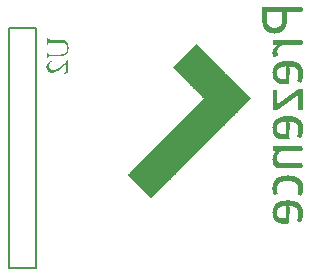
<source format=gbo>
G04*
G04 #@! TF.GenerationSoftware,Altium Limited,Altium Designer,21.4.1 (30)*
G04*
G04 Layer_Color=32896*
%FSLAX44Y44*%
%MOMM*%
G71*
G04*
G04 #@! TF.SameCoordinates,02D7BDB2-D434-4152-92C4-171F5B89420C*
G04*
G04*
G04 #@! TF.FilePolarity,Positive*
G04*
G01*
G75*
%ADD10C,0.2000*%
G36*
X803674Y331190D02*
X831237D01*
X836618Y331143D01*
X836782Y330980D01*
X836923Y330652D01*
X837063Y330091D01*
X837110Y329763D01*
X837157Y328359D01*
X837110Y328219D01*
X837063Y327564D01*
X837016Y327423D01*
X836946Y327166D01*
X836899Y326979D01*
X836759Y326604D01*
X836431Y326464D01*
X824007Y326487D01*
X823820Y326441D01*
X823680Y326300D01*
X823656Y325949D01*
X823680Y318345D01*
X823633Y318204D01*
X823586Y317315D01*
X823539Y317175D01*
X823422Y316637D01*
X823375Y316450D01*
X823282Y315982D01*
X823235Y315514D01*
X823188Y315280D01*
X822837Y314508D01*
X822767Y314203D01*
X822650Y313899D01*
X822557Y313806D01*
X822510Y313712D01*
X822416Y313619D01*
X822369Y313431D01*
X822322Y313291D01*
X822182Y313057D01*
X822088Y312963D01*
X822042Y312870D01*
X821948Y312776D01*
X821714Y312355D01*
X821480Y312121D01*
X821293Y311793D01*
X821176Y311677D01*
X821082Y311630D01*
X821012Y311560D01*
X820965Y311466D01*
X820872Y311372D01*
X820848Y311302D01*
X820755Y311255D01*
X820661Y311162D01*
X820568Y311115D01*
X820451Y310998D01*
X820404Y310904D01*
X820123Y310717D01*
X819959Y310600D01*
X819772Y310413D01*
X819678Y310366D01*
X819351Y310179D01*
X819094Y309968D01*
X818836Y309851D01*
X818532Y309734D01*
X818462Y309664D01*
X818368Y309618D01*
X818275Y309524D01*
X818041Y309430D01*
X817737Y309360D01*
X817549Y309313D01*
X817315Y309220D01*
X816964Y309009D01*
X816637Y308962D01*
X816450Y308916D01*
X815888Y308869D01*
X815748Y308822D01*
X815420Y308728D01*
X814391Y308541D01*
X813034Y308494D01*
X812893Y308541D01*
X811957Y308588D01*
X811817Y308635D01*
X811513Y308705D01*
X811279Y308752D01*
X811021Y308822D01*
X810694Y308869D01*
X810507Y308916D01*
X809945Y308962D01*
X809149Y309337D01*
X808845Y309407D01*
X808658Y309454D01*
X808401Y309618D01*
X808120Y309805D01*
X807863Y309875D01*
X807605Y310039D01*
X807512Y310132D01*
X807418Y310179D01*
X807091Y310366D01*
X806833Y310577D01*
X806716Y310694D01*
X806389Y310881D01*
X806272Y310998D01*
X806225Y311092D01*
X806061Y311208D01*
X805851Y311372D01*
X805804Y311466D01*
X805383Y311887D01*
X805195Y312215D01*
X804961Y312449D01*
X804914Y312542D01*
X804727Y312870D01*
X804540Y313057D01*
X804447Y313291D01*
X804330Y313595D01*
X804213Y313759D01*
X804119Y313853D01*
X804025Y314086D01*
X803932Y314461D01*
X803768Y314905D01*
X803698Y314976D01*
X803558Y315303D01*
X803511Y315771D01*
X803464Y315958D01*
X803394Y316403D01*
X803324Y316660D01*
X803277Y316847D01*
X803206Y317152D01*
X803160Y317432D01*
X803113Y317947D01*
X803090Y330886D01*
X803253Y331190D01*
X803534Y331237D01*
X803674Y331190D01*
D02*
G37*
G36*
X813689Y303019D02*
X836455Y303043D01*
X836642Y302996D01*
X836782Y302902D01*
X836876Y302668D01*
X836923Y302481D01*
X836993Y302224D01*
X837040Y302037D01*
X837086Y301756D01*
X837133Y301241D01*
X837157Y300797D01*
Y300750D01*
X837086Y299650D01*
X837040Y299416D01*
X836970Y299159D01*
X836806Y298714D01*
X836618Y298527D01*
X836291Y298480D01*
X835776Y298527D01*
X835636Y298480D01*
X819562Y298504D01*
X819398Y298433D01*
X819070Y298199D01*
X818766Y298082D01*
X818649Y297965D01*
X818555Y297919D01*
X818415Y297778D01*
X818087Y297591D01*
X817807Y297310D01*
X817713Y297264D01*
X817456Y297053D01*
X817409Y296959D01*
X817245Y296796D01*
X817152Y296749D01*
X817035Y296632D01*
X816988Y296538D01*
X816777Y296281D01*
X816567Y296070D01*
X816286Y295555D01*
X816099Y295275D01*
X816029Y295017D01*
X815865Y294573D01*
X815724Y294245D01*
X815677Y293918D01*
X815654Y293286D01*
X815701Y292724D01*
X815748Y292490D01*
X815841Y292256D01*
X815958Y291999D01*
X816052Y291671D01*
X816099Y291484D01*
X816286Y291157D01*
X816379Y291063D01*
X816426Y290970D01*
X816567Y290642D01*
X816520Y290361D01*
X816309Y290104D01*
X816216Y290057D01*
X816005Y289846D01*
X815958Y289753D01*
X815888Y289683D01*
X815561Y289495D01*
X815420Y289355D01*
X815327Y289308D01*
X814905Y289121D01*
X814578Y288934D01*
X814157Y288747D01*
X813829Y288700D01*
X813384Y288630D01*
X812987Y288606D01*
X812659Y288794D01*
X812589Y288864D01*
X812402Y289378D01*
X812168Y289706D01*
X812074Y290034D01*
X812028Y290221D01*
X811957Y290618D01*
X811794Y291157D01*
X811700Y291531D01*
X811653Y291859D01*
X811606Y292467D01*
X811676Y293239D01*
X811723Y293473D01*
X811770Y293660D01*
X811887Y293918D01*
X812028Y294386D01*
X812098Y294690D01*
X812168Y294853D01*
X812378Y295111D01*
X812729Y295743D01*
X812917Y295930D01*
X813104Y296257D01*
X813268Y296374D01*
X813384Y296491D01*
X813431Y296585D01*
X813642Y296796D01*
X813736Y296842D01*
X813899Y297006D01*
X813946Y297100D01*
X814227Y297287D01*
X814344Y297404D01*
X814437Y297451D01*
X814578Y297591D01*
X814999Y297825D01*
X815163Y297989D01*
X815210Y298082D01*
X815397Y298270D01*
X815350Y298457D01*
X815139Y298527D01*
X813969Y298480D01*
X813197Y298504D01*
X812706Y298480D01*
X812449Y298691D01*
X812308Y299018D01*
X812238Y299322D01*
X812191Y299510D01*
X812144Y299790D01*
X812121Y301592D01*
X812168Y301733D01*
X812215Y302154D01*
X812308Y302388D01*
X812378Y302692D01*
X812472Y302926D01*
X812800Y303066D01*
X813689Y303019D01*
D02*
G37*
G36*
X825949Y285331D02*
X826136Y285284D01*
X826885Y285237D01*
X827025Y285190D01*
X828031Y285120D01*
X828780Y285073D01*
X828991Y285050D01*
X829038D01*
X829178Y285003D01*
X829482Y284886D01*
X829693Y284816D01*
X830254Y284676D01*
X830746Y284605D01*
X831050Y284488D01*
X831565Y284254D01*
X831939Y284161D01*
X832243Y284044D01*
X832360Y283927D01*
X832454Y283880D01*
X832781Y283740D01*
X833085Y283623D01*
X833296Y283412D01*
X833390Y283365D01*
X833811Y283131D01*
X833951Y282991D01*
X834045Y282944D01*
X834443Y282687D01*
X834489Y282593D01*
X834606Y282476D01*
X834700Y282429D01*
X835378Y281751D01*
X835425Y281657D01*
X835542Y281493D01*
X835636Y281447D01*
X835706Y281376D01*
X835987Y280862D01*
X836197Y280604D01*
X836314Y280300D01*
X836501Y279972D01*
X836689Y279692D01*
X836736Y279364D01*
X836899Y278920D01*
X836970Y278849D01*
X837016Y278756D01*
X837110Y278522D01*
X837157Y278194D01*
X837204Y277726D01*
X837250Y277539D01*
X837367Y277001D01*
X837414Y276767D01*
X837461Y276580D01*
X837508Y276346D01*
X837578Y275714D01*
X837531Y273000D01*
X837484Y272860D01*
X837414Y272555D01*
X837367Y272368D01*
X837320Y272134D01*
X837274Y271854D01*
X837204Y271222D01*
X837157Y270754D01*
X837110Y270567D01*
X837040Y270309D01*
X836829Y269818D01*
X836736Y269443D01*
X836665Y269046D01*
X836385Y268578D01*
X836314Y268320D01*
X836151Y267876D01*
X836034Y267712D01*
X835893Y267478D01*
X835706Y267151D01*
X835636Y267080D01*
X835449Y267034D01*
X834864Y267104D01*
X834443Y267151D01*
X834162Y267197D01*
X833928Y267291D01*
X833811Y267408D01*
X833717Y267455D01*
X833390Y267595D01*
X833156Y267689D01*
X832922Y267923D01*
X832828Y267969D01*
X832735Y268063D01*
X832501Y268204D01*
X832430Y268274D01*
X832383Y268461D01*
X832430Y268648D01*
X832617Y268929D01*
X832758Y269397D01*
X832875Y269701D01*
X832945Y269771D01*
X833085Y270099D01*
X833132Y270286D01*
X833202Y270730D01*
X833296Y271105D01*
X833460Y271503D01*
X833507Y271690D01*
X833553Y272158D01*
X833600Y272485D01*
X833647Y274685D01*
X833600Y274825D01*
X833553Y275948D01*
X833507Y276089D01*
X833390Y276393D01*
X833226Y276790D01*
X833179Y276978D01*
X833109Y277235D01*
X832922Y277516D01*
X832805Y277633D01*
X832688Y277937D01*
X832454Y278218D01*
X832337Y278335D01*
X832290Y278428D01*
X832150Y278569D01*
X832103Y278662D01*
X832032Y278732D01*
X831939Y278779D01*
X831845Y278873D01*
X831752Y278920D01*
X831471Y279200D01*
X830956Y279481D01*
X830863Y279575D01*
X830769Y279622D01*
X830442Y279762D01*
X830184Y279832D01*
X829810Y280066D01*
X829552Y280136D01*
X829225Y280183D01*
X829038Y280230D01*
X828687Y280300D01*
X828289Y280464D01*
X827985Y280534D01*
X827610Y280581D01*
X827002Y280628D01*
X826464Y280651D01*
X826323Y280604D01*
X826089Y280464D01*
X826019Y280253D01*
X826066Y279364D01*
X826043Y266940D01*
X826066Y266495D01*
X825926Y266261D01*
X825762Y266098D01*
X825505Y266028D01*
X825317Y265981D01*
X825060Y265910D01*
X824873Y265864D01*
X824124Y265817D01*
X821925Y265723D01*
X819351Y265770D01*
X819211Y265817D01*
X818368Y265864D01*
X818134Y265957D01*
X817807Y266098D01*
X817479Y266191D01*
X816941Y266308D01*
X816637Y266425D01*
X816356Y266612D01*
X815771Y266823D01*
X815607Y266940D01*
X815514Y267034D01*
X815420Y267080D01*
X814999Y267314D01*
X814812Y267502D01*
X814718Y267548D01*
X814320Y267852D01*
X814274Y267946D01*
X814203Y268016D01*
X814110Y268063D01*
X814016Y268157D01*
X813946Y268180D01*
X813899Y268274D01*
X813689Y268531D01*
X813431Y268788D01*
X813338Y269022D01*
X813127Y269280D01*
X813010Y269397D01*
X812893Y269701D01*
X812823Y269865D01*
X812589Y270192D01*
X812495Y270520D01*
X812449Y270707D01*
X812355Y270941D01*
X812168Y271269D01*
X812074Y271643D01*
X812028Y271971D01*
X811957Y272509D01*
X811864Y272883D01*
X811723Y273585D01*
X811676Y274100D01*
X811653Y275714D01*
X811700Y275854D01*
X811747Y276510D01*
X811794Y276650D01*
X811840Y276837D01*
X811981Y277633D01*
X812028Y277820D01*
X812074Y278335D01*
X812121Y278475D01*
X812449Y279177D01*
X812566Y279668D01*
X812729Y279926D01*
X812823Y280019D01*
X812917Y280253D01*
X813034Y280557D01*
X813104Y280628D01*
X813127Y280698D01*
X813221Y280745D01*
X813572Y281330D01*
X813806Y281564D01*
X813946Y281798D01*
X814578Y282429D01*
X814671Y282476D01*
X814952Y282757D01*
X815046Y282804D01*
X815373Y283038D01*
X815514Y283178D01*
X816029Y283459D01*
X816122Y283552D01*
X816216Y283599D01*
X816543Y283740D01*
X816847Y283857D01*
X817011Y284020D01*
X817339Y284161D01*
X817643Y284231D01*
X817830Y284278D01*
X818064Y284371D01*
X818134Y284442D01*
X818462Y284582D01*
X818649Y284629D01*
X819117Y284676D01*
X819304Y284722D01*
X819749Y284886D01*
X820146Y285003D01*
X820334Y285050D01*
X821082Y285097D01*
X821410Y285143D01*
X822322Y285214D01*
X822697Y285260D01*
X823329Y285331D01*
X825060Y285377D01*
X825949Y285331D01*
D02*
G37*
G36*
X836104Y261652D02*
X836244Y261605D01*
X836478Y261512D01*
X836829Y261441D01*
X837086Y261278D01*
X837157Y261067D01*
X837110Y243940D01*
X836993Y243823D01*
X836665Y243776D01*
X835753Y243706D01*
X834793Y243683D01*
X834653Y243729D01*
X833764Y243776D01*
X833436Y243963D01*
X833366Y244034D01*
X833390Y244759D01*
X833366Y255686D01*
X833413Y255826D01*
X833366Y256154D01*
X833249Y256271D01*
X833015Y256317D01*
X832688Y256083D01*
X832547Y255943D01*
X832454Y255896D01*
X832196Y255686D01*
X832079Y255569D01*
X831658Y255335D01*
X831471Y255147D01*
X831050Y254914D01*
X830769Y254633D01*
X830442Y254446D01*
X830254Y254258D01*
X830161Y254212D01*
X829833Y254024D01*
X829599Y253790D01*
X829506Y253744D01*
X829178Y253556D01*
X828897Y253276D01*
X828570Y253088D01*
X828382Y252901D01*
X827961Y252667D01*
X827727Y252433D01*
X827634Y252387D01*
X827306Y252153D01*
X827166Y252012D01*
X827072Y251965D01*
X826745Y251778D01*
X826651Y251685D01*
X826557Y251638D01*
X826417Y251497D01*
X826089Y251310D01*
X825855Y251076D01*
X825762Y251029D01*
X825434Y250795D01*
X825341Y250702D01*
X825247Y250655D01*
X824920Y250468D01*
X824662Y250257D01*
X824545Y250140D01*
X824218Y249953D01*
X823984Y249719D01*
X823890Y249672D01*
X823235Y249205D01*
X823001Y249064D01*
X822767Y248830D01*
X822346Y248596D01*
X822112Y248362D01*
X821784Y248175D01*
X821527Y247964D01*
X821457Y247894D01*
X821129Y247707D01*
X820895Y247473D01*
X820568Y247286D01*
X820310Y247075D01*
X820240Y247005D01*
X819819Y246771D01*
X819585Y246537D01*
X819257Y246350D01*
X819023Y246116D01*
X818602Y245882D01*
X818415Y245695D01*
X818322Y245648D01*
X817994Y245461D01*
X817924Y245391D01*
X817877Y245297D01*
X817362Y244970D01*
X817198Y244806D01*
X817105Y244759D01*
X816777Y244572D01*
X816543Y244338D01*
X816450Y244291D01*
X816122Y244057D01*
X816029Y243963D01*
X815935Y243917D01*
X815701Y243823D01*
X815373Y243776D01*
X814484Y243729D01*
X814016Y243683D01*
X812870Y243753D01*
X812308Y243800D01*
X812144Y243870D01*
X812028Y244127D01*
X812074Y244736D01*
X812121Y260506D01*
X812332Y260716D01*
X812706Y260810D01*
X814578Y260857D01*
X814718Y260810D01*
X815420Y260763D01*
X815677Y260599D01*
X815724Y260506D01*
X815818Y260272D01*
X815841Y259967D01*
X815818Y249321D01*
X815865Y249181D01*
X815911Y249088D01*
X816122Y249017D01*
X816426Y249088D01*
X816707Y249275D01*
X816964Y249532D01*
X817292Y249719D01*
X817573Y250000D01*
X817900Y250187D01*
X818158Y250398D01*
X818626Y250679D01*
X818883Y250936D01*
X819211Y251123D01*
X819445Y251357D01*
X819585Y251404D01*
X819608Y251427D01*
X820146Y251825D01*
X820380Y251965D01*
X820614Y252199D01*
X820708Y252246D01*
X821106Y252504D01*
X821153Y252597D01*
X821504Y252808D01*
X821597Y252854D01*
X821854Y253065D01*
X821925Y253135D01*
X822252Y253323D01*
X822533Y253603D01*
X822861Y253790D01*
X823001Y253931D01*
X823095Y253978D01*
X823422Y254165D01*
X823703Y254446D01*
X823796Y254492D01*
X824124Y254680D01*
X824405Y254960D01*
X824733Y255147D01*
X824873Y255288D01*
X824966Y255335D01*
X825411Y255639D01*
X825575Y255803D01*
X825668Y255849D01*
X825996Y256083D01*
X826136Y256224D01*
X826230Y256271D01*
X826557Y256458D01*
X826745Y256645D01*
X826838Y256692D01*
X827119Y256879D01*
X827213Y256926D01*
X827493Y257206D01*
X827821Y257394D01*
X828008Y257581D01*
X828429Y257815D01*
X828663Y258049D01*
X828757Y258096D01*
X829084Y258330D01*
X829225Y258470D01*
X829318Y258517D01*
X829646Y258704D01*
X829880Y258938D01*
X830301Y259172D01*
X830582Y259453D01*
X830910Y259640D01*
X831097Y259827D01*
X831518Y260061D01*
X831705Y260248D01*
X831799Y260295D01*
X832079Y260482D01*
X832173Y260529D01*
X832454Y260810D01*
X832781Y260997D01*
X832969Y261184D01*
X833296Y261325D01*
X834325Y261652D01*
X834793Y261699D01*
X836104Y261652D01*
D02*
G37*
G36*
X825715Y238582D02*
X826745Y238535D01*
X826885Y238488D01*
X829014Y238325D01*
X829529Y238137D01*
X829786Y238067D01*
X830161Y237973D01*
X830839Y237857D01*
X831073Y237763D01*
X831377Y237599D01*
X831705Y237506D01*
X831892Y237459D01*
X832196Y237342D01*
X832547Y237084D01*
X832805Y237014D01*
X833039Y236921D01*
X833319Y236687D01*
X833858Y236383D01*
X833998Y236242D01*
X834091Y236195D01*
X834419Y235961D01*
X834700Y235681D01*
X834793Y235634D01*
X834957Y235470D01*
X835004Y235376D01*
X835121Y235259D01*
X835215Y235213D01*
X835332Y235096D01*
X835378Y235002D01*
X835589Y234745D01*
X835753Y234581D01*
X836034Y234066D01*
X836174Y233926D01*
X836314Y233598D01*
X836548Y233177D01*
X836736Y232756D01*
X836806Y232405D01*
X837063Y231914D01*
X837157Y231539D01*
X837227Y230954D01*
X837320Y230486D01*
X837367Y230299D01*
X837508Y229597D01*
X837554Y229316D01*
X837578Y226719D01*
X837531Y226579D01*
X837484Y226064D01*
X837437Y225924D01*
X837367Y225666D01*
X837320Y225432D01*
X837274Y225152D01*
X837227Y224777D01*
X837180Y224356D01*
X837133Y223982D01*
X837086Y223748D01*
X836993Y223514D01*
X836829Y223116D01*
X836736Y222742D01*
X836689Y222367D01*
X836501Y222040D01*
X836314Y221618D01*
X836267Y221431D01*
X836174Y221197D01*
X836127Y221104D01*
X836034Y221010D01*
X835987Y220917D01*
X835753Y220495D01*
X835589Y220332D01*
X834747Y220378D01*
X834606Y220425D01*
X834138Y220472D01*
X833811Y220659D01*
X833717Y220753D01*
X833553Y220823D01*
X833530Y220846D01*
X833273Y220917D01*
X833015Y221080D01*
X832781Y221314D01*
X832547Y221455D01*
X832383Y221618D01*
X832430Y221946D01*
X832524Y222040D01*
X832711Y222461D01*
X832781Y222718D01*
X832875Y222952D01*
X833085Y223350D01*
X833132Y223678D01*
X833179Y223865D01*
X833249Y224216D01*
X833390Y224590D01*
X833507Y224988D01*
X833553Y225315D01*
X833600Y226064D01*
X833647Y227796D01*
X833600Y228404D01*
X833553Y229246D01*
X833507Y229387D01*
X833390Y229691D01*
X833319Y229761D01*
X833226Y229995D01*
X833109Y230533D01*
X832992Y230697D01*
X832898Y230790D01*
X832851Y230884D01*
X832571Y231399D01*
X832290Y231679D01*
X832243Y231773D01*
X831892Y232124D01*
X831799Y232171D01*
X831565Y232405D01*
X831471Y232452D01*
X831377Y232545D01*
X831143Y232639D01*
X831050Y232686D01*
X830792Y232896D01*
X830535Y233013D01*
X830348Y233060D01*
X830044Y233177D01*
X829974Y233247D01*
X829880Y233294D01*
X829552Y233434D01*
X829061Y233505D01*
X828827Y233551D01*
X828640Y233598D01*
X828336Y233715D01*
X828008Y233809D01*
X827540Y233855D01*
X827213Y233902D01*
X826230Y233855D01*
X826066Y233738D01*
X826019Y233411D01*
X826066Y232943D01*
X826043Y220238D01*
X826066Y219747D01*
X825855Y219443D01*
X825622Y219349D01*
X825294Y219255D01*
X824920Y219162D01*
X824592Y219115D01*
X823165Y219045D01*
X822276Y218998D01*
X820708Y218975D01*
X820568Y219021D01*
X819023Y219068D01*
X818883Y219115D01*
X818322Y219162D01*
X818087Y219255D01*
X817760Y219396D01*
X817198Y219536D01*
X816847Y219606D01*
X816169Y219957D01*
X815724Y220121D01*
X815561Y220285D01*
X815467Y220332D01*
X815046Y220566D01*
X814952Y220659D01*
X814859Y220706D01*
X814718Y220846D01*
X814625Y220893D01*
X814367Y221104D01*
X814110Y221361D01*
X814016Y221408D01*
X813899Y221525D01*
X813852Y221618D01*
X813689Y221829D01*
X813595Y221876D01*
X813525Y221946D01*
X813478Y222040D01*
X813291Y222367D01*
X813104Y222554D01*
X813057Y222648D01*
X812729Y223256D01*
X812542Y223537D01*
X812425Y224075D01*
X812168Y224567D01*
X812074Y224941D01*
X811957Y225760D01*
X811910Y225947D01*
X811723Y226883D01*
X811676Y227398D01*
X811653Y229012D01*
X811700Y229153D01*
X811747Y229808D01*
X811794Y229948D01*
X811840Y230135D01*
X812028Y231165D01*
X812074Y231633D01*
X812168Y231867D01*
X812449Y232475D01*
X812566Y232966D01*
X812683Y233130D01*
X812870Y233411D01*
X813034Y233855D01*
X813291Y234113D01*
X813338Y234207D01*
X813572Y234628D01*
X813852Y234908D01*
X813993Y235142D01*
X814063Y235213D01*
X814157Y235259D01*
X814320Y235423D01*
X814367Y235517D01*
X814484Y235634D01*
X814578Y235681D01*
X814952Y236055D01*
X815280Y236242D01*
X815420Y236383D01*
X815514Y236429D01*
X815607Y236523D01*
X815911Y236640D01*
X815982Y236710D01*
X816075Y236757D01*
X816263Y236944D01*
X816450Y236991D01*
X816754Y237108D01*
X817035Y237295D01*
X817105Y237365D01*
X817877Y237576D01*
X818041Y237646D01*
X818322Y237833D01*
X818626Y237903D01*
X819000Y237950D01*
X819234Y237997D01*
X819421Y238044D01*
X819796Y238184D01*
X820193Y238301D01*
X820521Y238348D01*
X821995Y238465D01*
X822416Y238512D01*
X822790Y238559D01*
X823633Y238605D01*
X825575Y238629D01*
X825715Y238582D01*
D02*
G37*
G36*
X813736Y213172D02*
X836501Y213195D01*
X836736Y213102D01*
X836923Y212681D01*
X836993Y212376D01*
X837040Y212189D01*
X837086Y211908D01*
X837133Y211394D01*
X837157Y210528D01*
X837110Y210388D01*
X837063Y209639D01*
X837016Y209499D01*
X836970Y209311D01*
X836806Y208867D01*
X836618Y208680D01*
X836291Y208633D01*
X835683Y208680D01*
X835542Y208633D01*
X818672Y208656D01*
X818438Y208563D01*
X818275Y208399D01*
X817853Y208165D01*
X817737Y208001D01*
X817573Y207884D01*
X817315Y207673D01*
X817269Y207580D01*
X817198Y207510D01*
X817105Y207463D01*
X816988Y207346D01*
X816941Y207252D01*
X816847Y207159D01*
X816801Y207065D01*
X816520Y206784D01*
X816333Y206457D01*
X816145Y206270D01*
X815935Y205685D01*
X815818Y205521D01*
X815677Y205287D01*
X815584Y204725D01*
X815514Y204421D01*
X815467Y204234D01*
X815350Y203836D01*
X815303Y203368D01*
X815350Y202386D01*
X815397Y202245D01*
X815467Y201988D01*
X815561Y201613D01*
X815654Y201052D01*
X815888Y200678D01*
X815958Y200607D01*
X816192Y200186D01*
X816473Y199905D01*
X816520Y199812D01*
X816590Y199742D01*
X816684Y199695D01*
X816941Y199484D01*
X817058Y199367D01*
X817292Y199274D01*
X817596Y199157D01*
X817900Y198993D01*
X818228Y198899D01*
X818555Y198853D01*
X820568Y198806D01*
X836455Y198829D01*
X836642Y198782D01*
X836829Y198595D01*
X836923Y198221D01*
X837016Y197893D01*
X837110Y197332D01*
X837157Y196302D01*
X837110Y195834D01*
X837063Y195226D01*
X836970Y194992D01*
X836899Y194734D01*
X836806Y194501D01*
X836618Y194313D01*
X836431Y194266D01*
X835074D01*
X817619Y194313D01*
X817479Y194360D01*
X816637Y194407D01*
X816496Y194454D01*
X816263Y194547D01*
X816169Y194594D01*
X815748Y194781D01*
X815256Y194898D01*
X815093Y195015D01*
X814952Y195156D01*
X814625Y195296D01*
X814297Y195483D01*
X814250Y195577D01*
X814157Y195624D01*
X814063Y195717D01*
X813969Y195764D01*
X813595Y196138D01*
X813502Y196185D01*
X813431Y196255D01*
X813384Y196349D01*
X813291Y196443D01*
X813244Y196536D01*
X813174Y196606D01*
X813080Y196653D01*
X812870Y197004D01*
X812823Y197098D01*
X812683Y197238D01*
X812636Y197332D01*
X812495Y197659D01*
X812378Y197963D01*
X812191Y198244D01*
X812074Y198548D01*
X811957Y199274D01*
X811723Y200210D01*
X811676Y200584D01*
X811653Y202339D01*
X811700Y202479D01*
X811747Y202900D01*
X811794Y203041D01*
X811840Y203228D01*
X811910Y203532D01*
X811957Y203719D01*
X812004Y203953D01*
X812051Y204374D01*
X812098Y204608D01*
X812191Y204842D01*
X812402Y205193D01*
X812472Y205451D01*
X812519Y205638D01*
X812636Y205942D01*
X812846Y206199D01*
X813080Y206714D01*
X813197Y206831D01*
X813244Y206925D01*
X813338Y207018D01*
X813525Y207346D01*
X813852Y207673D01*
X813899Y207767D01*
X814063Y207931D01*
X814133Y207954D01*
X814180Y208048D01*
X814320Y208375D01*
X814274Y208563D01*
X814203Y208633D01*
X814016Y208680D01*
X813338Y208656D01*
X813174Y208680D01*
X813034Y208633D01*
X812612Y208680D01*
X812402Y208890D01*
X812308Y209124D01*
X812121Y209873D01*
X812074Y211183D01*
X812144Y212002D01*
X812191Y212283D01*
X812261Y212540D01*
X812308Y212727D01*
X812425Y213032D01*
X812519Y213125D01*
X812846Y213219D01*
X813736Y213172D01*
D02*
G37*
G36*
X825668Y188277D02*
X826698Y188230D01*
X826838Y188183D01*
X827751Y188113D01*
X828266Y188066D01*
X828921Y188019D01*
X829155Y187973D01*
X829529Y187832D01*
X829927Y187715D01*
X830114Y187668D01*
X830839Y187551D01*
X831237Y187341D01*
X831471Y187247D01*
X831845Y187154D01*
X832220Y187013D01*
X832547Y186779D01*
X833062Y186592D01*
X833156Y186499D01*
X833249Y186452D01*
X833390Y186311D01*
X833694Y186194D01*
X833764Y186124D01*
X833858Y186077D01*
X834045Y185890D01*
X834372Y185703D01*
X834700Y185375D01*
X834793Y185329D01*
X834957Y185165D01*
X835004Y185071D01*
X835121Y184954D01*
X835215Y184907D01*
X835378Y184744D01*
X835425Y184650D01*
X835542Y184486D01*
X835636Y184440D01*
X835753Y184322D01*
X836034Y183808D01*
X836174Y183667D01*
X836267Y183433D01*
X836501Y183012D01*
X836642Y182778D01*
X836736Y182544D01*
X836782Y182264D01*
X837110Y181562D01*
X837157Y181374D01*
X837227Y180836D01*
X837274Y180555D01*
X837320Y180368D01*
X837367Y180134D01*
X837461Y179760D01*
X837508Y179526D01*
X837554Y179152D01*
X837578Y176788D01*
X837531Y176648D01*
X837484Y175946D01*
X837437Y175806D01*
X837344Y175244D01*
X837297Y175057D01*
X837227Y174612D01*
X837180Y174144D01*
X837133Y173770D01*
X837086Y173583D01*
X836946Y173209D01*
X836829Y172951D01*
X836736Y172577D01*
X836665Y172226D01*
X836572Y171992D01*
X836455Y171875D01*
X836408Y171781D01*
X836151Y171383D01*
X835917Y171290D01*
X835355Y171430D01*
X834677Y171500D01*
X834489Y171547D01*
X834209Y171735D01*
X833811Y171898D01*
X833390Y172132D01*
X832945Y172577D01*
X832992Y172904D01*
X833132Y173232D01*
X833202Y173723D01*
X833249Y173911D01*
X833390Y174285D01*
X833507Y174683D01*
X833553Y175151D01*
X833600Y175338D01*
X833647Y177677D01*
X833600Y177818D01*
X833553Y178894D01*
X833507Y179035D01*
X833460Y179222D01*
X833226Y179596D01*
X833156Y179994D01*
X833039Y180298D01*
X832851Y180485D01*
X832571Y181000D01*
X832430Y181140D01*
X832383Y181234D01*
X832196Y181421D01*
X832150Y181515D01*
X831939Y181725D01*
X831845Y181772D01*
X831752Y181866D01*
X831658Y181912D01*
X831424Y182146D01*
X831331Y182193D01*
X830910Y182427D01*
X830769Y182568D01*
X830442Y182708D01*
X830161Y182755D01*
X829833Y182942D01*
X829506Y183082D01*
X829318Y183129D01*
X828593Y183246D01*
X828289Y183363D01*
X827727Y183503D01*
X827259Y183550D01*
X826511Y183597D01*
X824054Y183620D01*
X822135Y183574D01*
X821574Y183527D01*
X821012Y183433D01*
X820638Y183293D01*
X820380Y183223D01*
X819725Y183129D01*
X819468Y183059D01*
X819304Y182989D01*
X818789Y182755D01*
X818345Y182591D01*
X818228Y182474D01*
X818134Y182427D01*
X817619Y182146D01*
X817339Y181866D01*
X817105Y181725D01*
X816941Y181562D01*
X816894Y181468D01*
X816777Y181351D01*
X816684Y181304D01*
X816567Y181187D01*
X816379Y180860D01*
X816192Y180672D01*
X816052Y180345D01*
X815982Y180088D01*
X815818Y179830D01*
X815677Y179503D01*
X815631Y179315D01*
X815561Y178590D01*
X815467Y178122D01*
X815420Y177514D01*
X815397Y176788D01*
X815443Y176648D01*
X815490Y175899D01*
X815537Y175759D01*
X815584Y175151D01*
X815631Y174963D01*
X815677Y174261D01*
X815958Y173653D01*
X816052Y173326D01*
X816005Y172951D01*
X815888Y172834D01*
X815795Y172787D01*
X815677Y172717D01*
X815654Y172694D01*
X815420Y172460D01*
X814976Y172296D01*
X814601Y172062D01*
X814203Y171945D01*
X813876Y171898D01*
X813338Y171828D01*
X813080Y171805D01*
X812940Y171852D01*
X812706Y171945D01*
X812589Y172062D01*
X812519Y172319D01*
X812472Y172553D01*
X812425Y172741D01*
X812332Y172975D01*
X812121Y173466D01*
X812028Y174121D01*
X811957Y174706D01*
X811910Y174987D01*
X811864Y175174D01*
X811723Y176016D01*
X811653Y176648D01*
X811606Y178567D01*
X811653Y178707D01*
X811700Y179596D01*
X811747Y179736D01*
X811817Y180041D01*
X811864Y180275D01*
X811957Y180649D01*
X812004Y180883D01*
X812051Y181304D01*
X812098Y181585D01*
X812191Y181819D01*
X812402Y182170D01*
X812449Y182357D01*
X812519Y182661D01*
X812659Y182942D01*
X812776Y183106D01*
X813104Y183714D01*
X813314Y183972D01*
X813525Y184369D01*
X813806Y184650D01*
X813852Y184744D01*
X814531Y185422D01*
X814625Y185469D01*
X814952Y185797D01*
X815280Y185984D01*
X815467Y186171D01*
X815982Y186452D01*
X816075Y186545D01*
X816169Y186592D01*
X816496Y186732D01*
X816684Y186779D01*
X816941Y186990D01*
X817198Y187107D01*
X817503Y187177D01*
X817690Y187224D01*
X817924Y187317D01*
X818462Y187575D01*
X819234Y187692D01*
X819608Y187785D01*
X819866Y187902D01*
X820193Y187996D01*
X820380Y188043D01*
X821480Y188113D01*
X822042Y188160D01*
X822510Y188207D01*
X822884Y188253D01*
X823680Y188300D01*
X825528Y188323D01*
X825668Y188277D01*
D02*
G37*
G36*
X747707Y299416D02*
X747964Y299205D01*
X748245Y298925D01*
X748292Y298831D01*
X749485Y297638D01*
X749555Y297614D01*
X749602Y297521D01*
X749813Y297310D01*
X749906Y297264D01*
X750117Y297053D01*
X750164Y296959D01*
X750281Y296842D01*
X750374Y296796D01*
X750491Y296679D01*
X750538Y296585D01*
X751053Y296070D01*
X751076Y296000D01*
X751170Y295953D01*
X751731Y295392D01*
X751802Y295368D01*
X751848Y295275D01*
X752106Y295017D01*
X752199Y294970D01*
X752316Y294853D01*
X752363Y294760D01*
X752574Y294549D01*
X752667Y294503D01*
X752784Y294339D01*
X753299Y293824D01*
X753323Y293754D01*
X753416Y293707D01*
X753931Y293192D01*
X754024Y293146D01*
X754095Y293075D01*
X754141Y292982D01*
X754352Y292771D01*
X754446Y292724D01*
X754516Y292654D01*
X754563Y292561D01*
X756224Y290899D01*
X756317Y290853D01*
X756434Y290689D01*
X756598Y290525D01*
X756692Y290478D01*
X756762Y290408D01*
X756809Y290314D01*
X757370Y289753D01*
X757394Y289683D01*
X757487Y289636D01*
X758423Y288700D01*
X758517Y288653D01*
X758587Y288583D01*
X758634Y288489D01*
X758844Y288279D01*
X758938Y288232D01*
X759055Y288068D01*
X759570Y287553D01*
X759616Y287460D01*
X759897Y287226D01*
X760038Y287085D01*
X760061Y287015D01*
X760155Y286968D01*
X760669Y286454D01*
X760763Y286407D01*
X760833Y286337D01*
X760880Y286243D01*
X761137Y285986D01*
X761208Y285962D01*
X761254Y285869D01*
X761769Y285354D01*
X761816Y285260D01*
X761886Y285190D01*
X761980Y285143D01*
X762869Y284254D01*
X762962Y284207D01*
X763079Y284090D01*
X763126Y283997D01*
X764015Y283108D01*
X764062Y283014D01*
X764132Y282944D01*
X764226Y282897D01*
X764741Y282383D01*
X764834Y282336D01*
X764951Y282172D01*
X765115Y282008D01*
X765209Y281961D01*
X765325Y281844D01*
X765372Y281751D01*
X765840Y281283D01*
X765864Y281213D01*
X765957Y281166D01*
X766261Y280862D01*
X766308Y280768D01*
X766378Y280698D01*
X766472Y280651D01*
X766987Y280136D01*
X767080Y280089D01*
X767314Y279809D01*
X767408Y279715D01*
X767502Y279668D01*
X767618Y279505D01*
X768086Y279037D01*
X768133Y278943D01*
X768204Y278873D01*
X768297Y278826D01*
X768508Y278615D01*
X768554Y278522D01*
X768625Y278452D01*
X768718Y278405D01*
X769233Y277890D01*
X769327Y277843D01*
X769397Y277773D01*
X769444Y277680D01*
X769654Y277469D01*
X769724Y277446D01*
X769771Y277352D01*
X770333Y276790D01*
X770379Y276697D01*
X770450Y276627D01*
X770543Y276580D01*
X770801Y276322D01*
X770847Y276229D01*
X771128Y275995D01*
X771432Y275691D01*
X771526Y275644D01*
X771596Y275574D01*
X771643Y275480D01*
X772579Y274544D01*
X772626Y274451D01*
X772696Y274380D01*
X772789Y274334D01*
X773679Y273445D01*
X773772Y273398D01*
X773842Y273328D01*
X773889Y273234D01*
X774357Y272766D01*
X774404Y272672D01*
X774474Y272602D01*
X774568Y272555D01*
X774778Y272345D01*
X774825Y272251D01*
X774942Y272134D01*
X775036Y272087D01*
X776603Y270520D01*
X776650Y270426D01*
X776720Y270356D01*
X776814Y270309D01*
X777071Y270052D01*
X777118Y269958D01*
X777188Y269888D01*
X777282Y269841D01*
X778849Y268274D01*
X778896Y268180D01*
X779013Y268063D01*
X779107Y268016D01*
X779317Y267806D01*
X779364Y267712D01*
X779528Y267595D01*
X780675Y266449D01*
X780721Y266355D01*
X780885Y266238D01*
X781049Y266074D01*
X781096Y265981D01*
X781259Y265817D01*
X781353Y265770D01*
X781517Y265606D01*
X781564Y265513D01*
X781681Y265396D01*
X781774Y265349D01*
X782921Y264202D01*
X782967Y264109D01*
X783248Y263875D01*
X783459Y263617D01*
X783716Y263407D01*
X783810Y263313D01*
X783857Y263220D01*
X783927Y263150D01*
X784020Y263103D01*
X785120Y262003D01*
X785167Y261910D01*
X785284Y261793D01*
X785377Y261746D01*
X785541Y261582D01*
X785588Y261488D01*
X785752Y261325D01*
X785845Y261278D01*
X786056Y261067D01*
X786103Y260973D01*
X786266Y260857D01*
X787319Y259804D01*
X787366Y259710D01*
X787577Y259499D01*
X787670Y259453D01*
X787787Y259336D01*
X787834Y259242D01*
X787998Y259078D01*
X788092Y259032D01*
X788302Y258821D01*
X788326Y258751D01*
X788419Y258704D01*
X789238Y257885D01*
X789285Y257792D01*
X789566Y257558D01*
X789612Y257464D01*
X789823Y257253D01*
X789917Y257206D01*
X790034Y257090D01*
X790080Y256996D01*
X790244Y256832D01*
X790338Y256785D01*
X791437Y255686D01*
X791484Y255592D01*
X791554Y255522D01*
X791648Y255475D01*
X791859Y255264D01*
X791905Y255171D01*
X792069Y255007D01*
X792163Y254960D01*
X792280Y254843D01*
X792327Y254750D01*
X792490Y254586D01*
X792584Y254539D01*
X793005Y254118D01*
X793099Y254071D01*
X793356Y253814D01*
X793450Y253580D01*
X793403Y253393D01*
X793286Y253276D01*
X793192Y253229D01*
X793075Y253112D01*
X793028Y253018D01*
X792912Y252901D01*
X792818Y252854D01*
X791718Y251755D01*
X791671Y251661D01*
X791508Y251497D01*
X791414Y251451D01*
X791250Y251287D01*
X791203Y251193D01*
X791133Y251123D01*
X791040Y251076D01*
X790735Y250772D01*
X790712Y250702D01*
X790619Y250655D01*
X789472Y249509D01*
X789425Y249415D01*
X789308Y249298D01*
X789215Y249251D01*
X789004Y249041D01*
X788957Y248947D01*
X788887Y248877D01*
X788793Y248830D01*
X788489Y248526D01*
X788466Y248456D01*
X788372Y248409D01*
X787600Y247637D01*
X787553Y247543D01*
X787390Y247426D01*
X787226Y247262D01*
X787179Y247169D01*
X787062Y247052D01*
X786969Y247005D01*
X786758Y246794D01*
X786711Y246701D01*
X786641Y246631D01*
X786547Y246584D01*
X785401Y245437D01*
X785354Y245344D01*
X785284Y245274D01*
X785190Y245227D01*
X784980Y245016D01*
X784933Y244923D01*
X784816Y244806D01*
X784722Y244759D01*
X784465Y244501D01*
X784418Y244408D01*
X784254Y244291D01*
X783201Y243238D01*
X783155Y243144D01*
X782991Y242981D01*
X782897Y242934D01*
X782687Y242723D01*
X782640Y242630D01*
X782570Y242560D01*
X782476Y242513D01*
X782265Y242302D01*
X782219Y242208D01*
X782149Y242138D01*
X782055Y242092D01*
X781330Y241366D01*
X781283Y241273D01*
X781119Y241156D01*
X780955Y240992D01*
X780908Y240898D01*
X780745Y240735D01*
X780651Y240688D01*
X780441Y240477D01*
X780394Y240383D01*
X780230Y240266D01*
X779973Y240009D01*
X779926Y239916D01*
X779762Y239799D01*
X778709Y238746D01*
X778662Y238652D01*
X778499Y238488D01*
X778405Y238442D01*
X778194Y238231D01*
X778148Y238137D01*
X778077Y238067D01*
X777984Y238020D01*
X777726Y237763D01*
X777680Y237669D01*
X777516Y237552D01*
X776884Y236921D01*
X776837Y236827D01*
X776720Y236710D01*
X776627Y236663D01*
X776463Y236500D01*
X776416Y236406D01*
X776299Y236289D01*
X776206Y236242D01*
X775995Y236031D01*
X775948Y235938D01*
X775878Y235868D01*
X775784Y235821D01*
X774638Y234674D01*
X774591Y234581D01*
X774427Y234417D01*
X774334Y234370D01*
X774217Y234253D01*
X774170Y234160D01*
X774053Y234043D01*
X773959Y233996D01*
X773749Y233785D01*
X773702Y233692D01*
X773585Y233575D01*
X773491Y233528D01*
X772766Y232803D01*
X772743Y232733D01*
X772649Y232686D01*
X772439Y232475D01*
X772392Y232381D01*
X772181Y232171D01*
X772087Y232124D01*
X771971Y232007D01*
X771924Y231914D01*
X771807Y231796D01*
X771713Y231750D01*
X771503Y231539D01*
X771456Y231446D01*
X771339Y231329D01*
X771245Y231282D01*
X770567Y230603D01*
X770520Y230510D01*
X770403Y230393D01*
X770309Y230346D01*
X770192Y230229D01*
X770145Y230135D01*
X769935Y229925D01*
X769841Y229878D01*
X769724Y229761D01*
X769678Y229667D01*
X769514Y229504D01*
X769420Y229457D01*
X769210Y229246D01*
X769163Y229153D01*
X768882Y228919D01*
X768367Y228404D01*
X768320Y228310D01*
X768157Y228146D01*
X768063Y228100D01*
X767946Y227983D01*
X767899Y227889D01*
X767689Y227679D01*
X767595Y227632D01*
X767431Y227468D01*
X767384Y227374D01*
X767314Y227304D01*
X767221Y227257D01*
X766963Y227000D01*
X766917Y226906D01*
X766753Y226789D01*
X766121Y226158D01*
X766074Y226064D01*
X765910Y225900D01*
X765817Y225854D01*
X765700Y225737D01*
X765653Y225643D01*
X765489Y225479D01*
X765396Y225432D01*
X765232Y225269D01*
X765185Y225175D01*
X765068Y225058D01*
X764975Y225011D01*
X764764Y224801D01*
X764717Y224707D01*
X764600Y224590D01*
X764507Y224543D01*
X764249Y224286D01*
X764202Y224192D01*
X764039Y224075D01*
X763875Y223911D01*
X763828Y223818D01*
X763664Y223654D01*
X763571Y223607D01*
X763407Y223444D01*
X763360Y223350D01*
X763243Y223233D01*
X763149Y223186D01*
X762986Y223022D01*
X762939Y222929D01*
X762775Y222765D01*
X762682Y222718D01*
X762471Y222508D01*
X762424Y222414D01*
X762260Y222297D01*
X762050Y222087D01*
X762003Y221993D01*
X761839Y221829D01*
X761746Y221782D01*
X761675Y221712D01*
X761629Y221618D01*
X761418Y221408D01*
X761324Y221361D01*
X761161Y221197D01*
X761114Y221104D01*
X760950Y220940D01*
X760857Y220893D01*
X760740Y220776D01*
X760693Y220683D01*
X760529Y220519D01*
X760435Y220472D01*
X760225Y220261D01*
X760178Y220168D01*
X760108Y220098D01*
X760014Y220051D01*
X759850Y219887D01*
X759804Y219793D01*
X759593Y219583D01*
X759500Y219536D01*
X759382Y219419D01*
X759336Y219326D01*
X759172Y219162D01*
X759078Y219115D01*
X758914Y218951D01*
X758868Y218858D01*
X758704Y218694D01*
X758610Y218647D01*
X758493Y218530D01*
X758447Y218436D01*
X758283Y218273D01*
X758189Y218226D01*
X757979Y218015D01*
X757932Y217922D01*
X757651Y217688D01*
X757440Y217430D01*
X757347Y217337D01*
X757253Y217290D01*
X757136Y217173D01*
X757089Y217079D01*
X756926Y216916D01*
X756832Y216869D01*
X756668Y216705D01*
X756621Y216611D01*
X756505Y216494D01*
X756411Y216448D01*
X756247Y216284D01*
X756200Y216190D01*
X756037Y216026D01*
X755943Y215980D01*
X755732Y215769D01*
X755686Y215676D01*
X755522Y215558D01*
X755358Y215395D01*
X755311Y215301D01*
X755101Y215091D01*
X755007Y215044D01*
X754890Y214927D01*
X754843Y214833D01*
X754679Y214669D01*
X754586Y214623D01*
X754469Y214506D01*
X754422Y214412D01*
X754212Y214201D01*
X754118Y214155D01*
X754001Y214038D01*
X753954Y213944D01*
X753790Y213780D01*
X753697Y213734D01*
X753533Y213570D01*
X753486Y213476D01*
X753323Y213312D01*
X753229Y213265D01*
X753112Y213148D01*
X753065Y213055D01*
X752855Y212844D01*
X752761Y212798D01*
X752644Y212681D01*
X752597Y212587D01*
X752433Y212423D01*
X752340Y212376D01*
X752176Y212213D01*
X752129Y212119D01*
X751965Y211955D01*
X751872Y211908D01*
X751708Y211745D01*
X751661Y211651D01*
X751591Y211581D01*
X751497Y211534D01*
X751287Y211324D01*
X751240Y211230D01*
X751076Y211066D01*
X750983Y211019D01*
X750866Y210902D01*
X750819Y210809D01*
X750608Y210598D01*
X750515Y210551D01*
X750398Y210434D01*
X750351Y210341D01*
X750187Y210177D01*
X750094Y210130D01*
X749977Y210013D01*
X749930Y209920D01*
X749719Y209709D01*
X749626Y209662D01*
X749462Y209499D01*
X749415Y209405D01*
X749345Y209335D01*
X749251Y209288D01*
X749088Y209124D01*
X749041Y209030D01*
X748783Y208773D01*
X748690Y208726D01*
X748620Y208656D01*
X748573Y208563D01*
X748362Y208352D01*
X748269Y208305D01*
X748152Y208188D01*
X748105Y208095D01*
X747941Y207931D01*
X747847Y207884D01*
X747730Y207767D01*
X747684Y207673D01*
X747473Y207463D01*
X747380Y207416D01*
X747169Y207206D01*
X747122Y207112D01*
X746958Y206995D01*
X746841Y206878D01*
X746795Y206784D01*
X746537Y206527D01*
X746443Y206480D01*
X746327Y206316D01*
X746116Y206106D01*
X746022Y206059D01*
X745905Y205942D01*
X745859Y205848D01*
X745695Y205685D01*
X745601Y205638D01*
X745484Y205521D01*
X745437Y205427D01*
X745227Y205217D01*
X745133Y205170D01*
X744969Y205006D01*
X744923Y204912D01*
X744853Y204842D01*
X744759Y204795D01*
X744595Y204632D01*
X744548Y204538D01*
X744338Y204328D01*
X744244Y204281D01*
X744127Y204164D01*
X744080Y204070D01*
X743870Y203860D01*
X743776Y203813D01*
X743659Y203696D01*
X743612Y203602D01*
X743449Y203438D01*
X743355Y203392D01*
X743238Y203275D01*
X743191Y203181D01*
X742981Y202971D01*
X742887Y202924D01*
X742817Y202854D01*
X742770Y202760D01*
X742513Y202502D01*
X742419Y202456D01*
X742302Y202292D01*
X742045Y202035D01*
X741951Y201988D01*
X741834Y201824D01*
X741624Y201613D01*
X741530Y201567D01*
X741413Y201450D01*
X741366Y201356D01*
X741202Y201192D01*
X741109Y201145D01*
X740992Y201028D01*
X740945Y200935D01*
X740734Y200724D01*
X740641Y200678D01*
X740571Y200607D01*
X740524Y200514D01*
X740220Y200210D01*
X740150Y200186D01*
X740103Y200093D01*
X739845Y199835D01*
X739752Y199788D01*
X739635Y199671D01*
X739588Y199578D01*
X739377Y199367D01*
X739284Y199320D01*
X739167Y199203D01*
X739120Y199110D01*
X738956Y198946D01*
X738863Y198899D01*
X738746Y198782D01*
X738699Y198689D01*
X738441Y198431D01*
X738348Y198384D01*
X738231Y198221D01*
X737974Y197963D01*
X737903Y197940D01*
X737857Y197846D01*
X737599Y197589D01*
X737506Y197542D01*
X737389Y197425D01*
X737342Y197332D01*
X737131Y197121D01*
X737038Y197074D01*
X736921Y196957D01*
X736874Y196864D01*
X736710Y196700D01*
X736617Y196653D01*
X736499Y196536D01*
X736453Y196443D01*
X736242Y196232D01*
X736149Y196185D01*
X736031Y196021D01*
X735727Y195717D01*
X735657Y195694D01*
X735610Y195600D01*
X735353Y195343D01*
X735259Y195296D01*
X735142Y195179D01*
X735096Y195085D01*
X734885Y194875D01*
X734791Y194828D01*
X734721Y194758D01*
X734675Y194664D01*
X734417Y194407D01*
X734324Y194360D01*
X734253Y194290D01*
X734206Y194196D01*
X733481Y193471D01*
X733388Y193424D01*
X733271Y193260D01*
X733107Y193097D01*
X733013Y193050D01*
X732943Y192980D01*
X732896Y192886D01*
X732639Y192629D01*
X732545Y192582D01*
X732475Y192512D01*
X732428Y192418D01*
X732171Y192161D01*
X732077Y192114D01*
X732007Y192044D01*
X731960Y191950D01*
X731282Y191272D01*
X731188Y191225D01*
X731118Y191155D01*
X731071Y191061D01*
X730861Y190850D01*
X730767Y190804D01*
X730697Y190734D01*
X730650Y190640D01*
X730393Y190382D01*
X730299Y190336D01*
X730182Y190219D01*
X730135Y190125D01*
X729971Y189961D01*
X729878Y189914D01*
X729808Y189844D01*
X729761Y189751D01*
X729036Y189025D01*
X728942Y188979D01*
X728872Y188908D01*
X728825Y188815D01*
X728614Y188604D01*
X728521Y188557D01*
X728451Y188487D01*
X728404Y188394D01*
X728100Y188090D01*
X728006Y188043D01*
X727889Y187879D01*
X726789Y186779D01*
X726696Y186732D01*
X726626Y186662D01*
X726579Y186569D01*
X726368Y186358D01*
X726275Y186311D01*
X726205Y186241D01*
X726158Y186147D01*
X725900Y185890D01*
X725830Y185867D01*
X725807Y185797D01*
X725736Y185773D01*
X725690Y185679D01*
X724918Y184907D01*
X724847Y184884D01*
X724801Y184790D01*
X724543Y184533D01*
X724450Y184486D01*
X724380Y184416D01*
X724333Y184322D01*
X724075Y184065D01*
X723982Y184018D01*
X723865Y183855D01*
X723654Y183644D01*
X723560Y183597D01*
X723490Y183527D01*
X723444Y183433D01*
X722671Y182661D01*
X722601Y182638D01*
X722554Y182544D01*
X722297Y182287D01*
X722204Y182240D01*
X722086Y182076D01*
X721876Y181866D01*
X721782Y181819D01*
X721712Y181749D01*
X721665Y181655D01*
X720472Y180462D01*
X720378Y180415D01*
X720261Y180251D01*
X720051Y180041D01*
X719957Y179994D01*
X719887Y179924D01*
X719840Y179830D01*
X719583Y179573D01*
X719489Y179526D01*
X719372Y179362D01*
X718226Y178216D01*
X718132Y178169D01*
X718062Y178099D01*
X718015Y178005D01*
X717805Y177794D01*
X717711Y177748D01*
X717594Y177584D01*
X717337Y177327D01*
X717243Y177280D01*
X717126Y177116D01*
X715980Y175970D01*
X715886Y175923D01*
X715769Y175759D01*
X715512Y175501D01*
X715442Y175478D01*
X715395Y175385D01*
X715090Y175080D01*
X715020Y175057D01*
X714974Y174963D01*
X713734Y173723D01*
X713640Y173676D01*
X713523Y173513D01*
X713312Y173302D01*
X713219Y173255D01*
X713102Y173092D01*
X712844Y172834D01*
X712774Y172811D01*
X712727Y172717D01*
X711487Y171477D01*
X711394Y171430D01*
X711277Y171266D01*
X711066Y171056D01*
X710973Y171009D01*
X710855Y170845D01*
X709662Y169652D01*
X709569Y169605D01*
X709452Y169442D01*
X709077Y169067D01*
X709054Y168997D01*
X708820Y168903D01*
X708492Y169137D01*
X708329Y169301D01*
X708282Y169395D01*
X708188Y169488D01*
X708141Y169582D01*
X707978Y169699D01*
X707767Y169909D01*
X707720Y170003D01*
X707650Y170073D01*
X707556Y170120D01*
X707346Y170331D01*
X707299Y170424D01*
X707182Y170541D01*
X707088Y170588D01*
X706925Y170752D01*
X706878Y170845D01*
X706714Y171009D01*
X706620Y171056D01*
X706410Y171266D01*
X706387Y171337D01*
X706293Y171383D01*
X705989Y171688D01*
X705942Y171781D01*
X705872Y171852D01*
X705778Y171898D01*
X705521Y172156D01*
X705474Y172249D01*
X705404Y172319D01*
X705310Y172366D01*
X705100Y172577D01*
X705053Y172670D01*
X704889Y172834D01*
X704796Y172881D01*
X704678Y172998D01*
X704632Y173092D01*
X704515Y173209D01*
X704421Y173255D01*
X704164Y173513D01*
X704117Y173606D01*
X703836Y173840D01*
X703743Y173934D01*
X703696Y174028D01*
X703626Y174098D01*
X703532Y174144D01*
X703322Y174355D01*
X703275Y174449D01*
X703111Y174612D01*
X703017Y174659D01*
X702900Y174776D01*
X702853Y174870D01*
X702643Y175080D01*
X702549Y175127D01*
X702385Y175291D01*
X702339Y175385D01*
X702175Y175501D01*
X701918Y175759D01*
X701871Y175853D01*
X701801Y175923D01*
X701707Y175970D01*
X701496Y176180D01*
X701450Y176274D01*
X701379Y176344D01*
X701286Y176391D01*
X701075Y176601D01*
X701029Y176695D01*
X700865Y176859D01*
X700771Y176905D01*
X700654Y177022D01*
X700607Y177116D01*
X700397Y177327D01*
X700303Y177373D01*
X700139Y177537D01*
X700093Y177631D01*
X699929Y177748D01*
X699671Y178005D01*
X699625Y178099D01*
X699554Y178169D01*
X699461Y178216D01*
X699250Y178426D01*
X699203Y178520D01*
X699087Y178637D01*
X698993Y178684D01*
X698829Y178847D01*
X698782Y178941D01*
X698618Y179105D01*
X698525Y179152D01*
X698408Y179269D01*
X698361Y179362D01*
X698197Y179526D01*
X698104Y179573D01*
X697893Y179783D01*
X697846Y179877D01*
X697776Y179947D01*
X697683Y179994D01*
X697425Y180251D01*
X697378Y180345D01*
X697215Y180462D01*
X697004Y180672D01*
X696957Y180766D01*
X696840Y180883D01*
X696747Y180930D01*
X696583Y181094D01*
X696536Y181187D01*
X696372Y181351D01*
X696279Y181398D01*
X696162Y181515D01*
X696115Y181608D01*
X695951Y181772D01*
X695858Y181819D01*
X695647Y182029D01*
X695600Y182123D01*
X695530Y182193D01*
X695436Y182240D01*
X695179Y182498D01*
X695132Y182591D01*
X694968Y182708D01*
X694758Y182919D01*
X694711Y183012D01*
X694594Y183129D01*
X694501Y183176D01*
X694337Y183340D01*
X694290Y183433D01*
X694126Y183597D01*
X694033Y183644D01*
X693916Y183761D01*
X693869Y183855D01*
X693705Y184018D01*
X693611Y184065D01*
X693401Y184276D01*
X693354Y184369D01*
X693284Y184440D01*
X693190Y184486D01*
X692980Y184697D01*
X692933Y184790D01*
X692816Y184907D01*
X692722Y184954D01*
X692512Y185165D01*
X692465Y185258D01*
X692348Y185375D01*
X692254Y185422D01*
X692091Y185586D01*
X692044Y185679D01*
X691880Y185843D01*
X691786Y185890D01*
X691623Y186054D01*
X691576Y186147D01*
X691459Y186264D01*
X691365Y186311D01*
X691155Y186522D01*
X691108Y186616D01*
X691038Y186686D01*
X690944Y186732D01*
X690687Y186990D01*
X690640Y187083D01*
X690570Y187154D01*
X690476Y187200D01*
X690312Y187364D01*
X690266Y187458D01*
X690102Y187622D01*
X690008Y187668D01*
X689891Y187785D01*
X689844Y187879D01*
X689634Y188090D01*
X689540Y188136D01*
X689330Y188347D01*
X689283Y188440D01*
X689119Y188557D01*
X689049Y188628D01*
X689002Y188908D01*
X689142Y189142D01*
X689540Y189540D01*
X689634Y189587D01*
X689727Y189727D01*
X689798Y189751D01*
X689821Y189821D01*
X689914Y189868D01*
X690687Y190640D01*
X690733Y190734D01*
X691740Y191740D01*
X691833Y191786D01*
X692886Y192839D01*
X692933Y192933D01*
X693986Y193986D01*
X694079Y194033D01*
X694805Y194758D01*
X694852Y194851D01*
X696232Y196232D01*
X696326Y196279D01*
X696630Y196583D01*
X696676Y196677D01*
X696840Y196793D01*
X696957Y196910D01*
X697004Y197004D01*
X698478Y198478D01*
X698572Y198525D01*
X698876Y198829D01*
X698923Y198923D01*
X699087Y199040D01*
X699203Y199157D01*
X699250Y199250D01*
X700724Y200724D01*
X700818Y200771D01*
X701122Y201075D01*
X701169Y201169D01*
X701333Y201286D01*
X701403Y201356D01*
X701450Y201450D01*
X702596Y202596D01*
X702666Y202619D01*
X702690Y202690D01*
X702760Y202713D01*
X702807Y202807D01*
X702877Y202877D01*
X702947Y202900D01*
X702971Y202971D01*
X703064Y203017D01*
X703368Y203321D01*
X703415Y203415D01*
X703579Y203532D01*
X703649Y203602D01*
X703696Y203696D01*
X705264Y205264D01*
X705357Y205310D01*
X705427Y205380D01*
X705474Y205474D01*
X707463Y207463D01*
X707556Y207510D01*
X707720Y207673D01*
X707767Y207767D01*
X709756Y209756D01*
X709849Y209803D01*
X709920Y209873D01*
X709966Y209966D01*
X745250Y245250D01*
X745297Y245344D01*
X745367Y245414D01*
X745461Y245461D01*
X747496Y247496D01*
X747543Y247590D01*
X747613Y247660D01*
X747707Y247707D01*
X749789Y249789D01*
X749836Y249883D01*
X750000Y250000D01*
X751989Y251989D01*
X752036Y252082D01*
X752106Y252153D01*
X752199Y252199D01*
X752901Y252901D01*
X752995Y252948D01*
X753112Y253112D01*
X753252Y253252D01*
X753346Y253486D01*
X753299Y253814D01*
X753089Y254071D01*
X752270Y254890D01*
X752246Y254960D01*
X752153Y255007D01*
X751591Y255569D01*
X751497Y255616D01*
X751380Y255779D01*
X751170Y255990D01*
X751076Y256037D01*
X750959Y256200D01*
X750023Y257136D01*
X750000Y257206D01*
X749906Y257253D01*
X748877Y258283D01*
X748807Y258306D01*
X748760Y258400D01*
X748198Y258961D01*
X748175Y259032D01*
X748081Y259078D01*
X748058Y259102D01*
X748035Y259125D01*
X747777Y259382D01*
X747754Y259453D01*
X747660Y259499D01*
X745999Y261161D01*
X745952Y261254D01*
X745882Y261325D01*
X745788Y261371D01*
X745531Y261629D01*
X745508Y261699D01*
X745414Y261746D01*
X744385Y262775D01*
X744314Y262799D01*
X744268Y262892D01*
X743753Y263407D01*
X743706Y263500D01*
X743636Y263571D01*
X743542Y263617D01*
X743285Y263875D01*
X743238Y263969D01*
X743074Y264086D01*
X741928Y265232D01*
X741881Y265326D01*
X741811Y265396D01*
X741717Y265443D01*
X741553Y265606D01*
X741507Y265700D01*
X741390Y265817D01*
X741296Y265864D01*
X741039Y266121D01*
X740992Y266215D01*
X740711Y266449D01*
X739728Y267431D01*
X739682Y267525D01*
X739518Y267689D01*
X739424Y267736D01*
X739307Y267899D01*
X739097Y268110D01*
X739003Y268157D01*
X738792Y268367D01*
X738746Y268461D01*
X738465Y268695D01*
X738325Y268835D01*
X738301Y268905D01*
X738207Y268952D01*
X737857Y269303D01*
X737833Y269373D01*
X737740Y269420D01*
X737482Y269678D01*
X737435Y269771D01*
X737318Y269888D01*
X737225Y269935D01*
X737061Y270099D01*
X737014Y270192D01*
X736897Y270309D01*
X736804Y270356D01*
X736546Y270613D01*
X736499Y270707D01*
X736336Y270824D01*
X736078Y271081D01*
X736055Y271152D01*
X735961Y271198D01*
X735657Y271503D01*
X735610Y271596D01*
X735330Y271830D01*
X735119Y272087D01*
X735025Y272181D01*
X734932Y272228D01*
X734862Y272298D01*
X734815Y272392D01*
X734651Y272555D01*
X734557Y272602D01*
X734300Y272860D01*
X734253Y272953D01*
X734090Y273070D01*
X733879Y273281D01*
X733832Y273374D01*
X733551Y273608D01*
X733411Y273749D01*
X733364Y273842D01*
X733294Y273913D01*
X733200Y273959D01*
X733037Y274123D01*
X732990Y274217D01*
X732826Y274380D01*
X732732Y274427D01*
X732569Y274591D01*
X732522Y274685D01*
X732405Y274802D01*
X732311Y274848D01*
X732054Y275106D01*
X732030Y275176D01*
X731937Y275223D01*
X731586Y275574D01*
X731539Y275667D01*
X731375Y275784D01*
X731212Y275948D01*
X731165Y276042D01*
X731001Y276206D01*
X730907Y276252D01*
X730837Y276322D01*
X730790Y276416D01*
X730533Y276674D01*
X730440Y276720D01*
X730322Y276837D01*
X730276Y276931D01*
X730159Y277048D01*
X730065Y277095D01*
X729855Y277305D01*
X729808Y277399D01*
X729737Y277469D01*
X729644Y277516D01*
X729387Y277773D01*
X729340Y277867D01*
X729270Y277937D01*
X729176Y277984D01*
X728965Y278194D01*
X728919Y278288D01*
X728708Y278498D01*
X728614Y278545D01*
X728381Y278826D01*
X728123Y279037D01*
X728029Y279130D01*
X728006Y279200D01*
X727913Y279247D01*
X727819Y279341D01*
X727725Y279388D01*
X727655Y279458D01*
X727561Y279785D01*
X727702Y280019D01*
X727866Y280183D01*
X727959Y280230D01*
X728076Y280347D01*
X728123Y280441D01*
X728240Y280557D01*
X728334Y280604D01*
X728591Y280862D01*
X728638Y280955D01*
X728802Y281072D01*
X728965Y281236D01*
X729012Y281330D01*
X729176Y281493D01*
X729270Y281540D01*
X729387Y281657D01*
X729433Y281751D01*
X729644Y281961D01*
X729737Y282008D01*
X729855Y282125D01*
X729901Y282219D01*
X730065Y282383D01*
X730159Y282429D01*
X730322Y282593D01*
X730369Y282687D01*
X730486Y282804D01*
X730580Y282850D01*
X730790Y283061D01*
X730837Y283155D01*
X730954Y283272D01*
X731048Y283318D01*
X731212Y283482D01*
X731258Y283576D01*
X731469Y283786D01*
X731562Y283833D01*
X731633Y283903D01*
X731680Y283997D01*
X731890Y284207D01*
X731984Y284254D01*
X732101Y284371D01*
X732148Y284465D01*
X732311Y284629D01*
X732405Y284676D01*
X732569Y284839D01*
X732616Y284933D01*
X732732Y285050D01*
X732826Y285097D01*
X733037Y285307D01*
X733083Y285401D01*
X733200Y285518D01*
X733294Y285565D01*
X733411Y285682D01*
X733458Y285775D01*
X733715Y286033D01*
X733809Y286079D01*
X733879Y286150D01*
X733926Y286243D01*
X734136Y286454D01*
X734230Y286500D01*
X734347Y286618D01*
X734394Y286711D01*
X734557Y286875D01*
X734651Y286922D01*
X734815Y287085D01*
X734862Y287179D01*
X734979Y287296D01*
X735072Y287343D01*
X735283Y287553D01*
X735330Y287647D01*
X735447Y287764D01*
X735540Y287811D01*
X735657Y287928D01*
X735704Y288021D01*
X735961Y288279D01*
X736055Y288326D01*
X736125Y288396D01*
X736172Y288489D01*
X736336Y288653D01*
X736429Y288700D01*
X736593Y288864D01*
X736640Y288957D01*
X736804Y289121D01*
X736897Y289168D01*
X737061Y289332D01*
X737108Y289425D01*
X737225Y289542D01*
X737318Y289589D01*
X737482Y289753D01*
X737529Y289846D01*
X737740Y290057D01*
X737833Y290104D01*
X737903Y290174D01*
X737950Y290268D01*
X738207Y290525D01*
X738301Y290572D01*
X738418Y290689D01*
X738465Y290782D01*
X738582Y290899D01*
X738676Y290946D01*
X738839Y291110D01*
X738886Y291203D01*
X739003Y291320D01*
X739097Y291367D01*
X739354Y291625D01*
X739401Y291718D01*
X739471Y291788D01*
X739565Y291835D01*
X739728Y291999D01*
X739775Y292093D01*
X740033Y292350D01*
X740103Y292373D01*
X740150Y292467D01*
X740454Y292771D01*
X740547Y292818D01*
X740664Y292935D01*
X740711Y293029D01*
X740828Y293146D01*
X740922Y293192D01*
X741085Y293356D01*
X741132Y293450D01*
X741249Y293567D01*
X741343Y293613D01*
X741600Y293871D01*
X741647Y293964D01*
X741717Y294035D01*
X741811Y294081D01*
X741928Y294198D01*
X741975Y294292D01*
X742279Y294596D01*
X742372Y294643D01*
X742489Y294807D01*
X742700Y295017D01*
X742794Y295064D01*
X742911Y295181D01*
X742957Y295275D01*
X743121Y295438D01*
X743215Y295485D01*
X743378Y295649D01*
X743425Y295743D01*
X743495Y295813D01*
X743589Y295860D01*
X743800Y296070D01*
X743846Y296164D01*
X744010Y296328D01*
X744104Y296374D01*
X744174Y296445D01*
X744221Y296538D01*
X744525Y296842D01*
X744619Y296889D01*
X744735Y297053D01*
X744899Y297217D01*
X744993Y297264D01*
X745157Y297427D01*
X745203Y297521D01*
X745367Y297685D01*
X745461Y297731D01*
X745625Y297895D01*
X745671Y297989D01*
X745788Y298106D01*
X745882Y298153D01*
X746046Y298316D01*
X746093Y298410D01*
X746303Y298621D01*
X746373Y298644D01*
X746420Y298738D01*
X746771Y299088D01*
X746865Y299135D01*
X747099Y299416D01*
X747286Y299463D01*
X747707Y299416D01*
D02*
G37*
G36*
X826300Y167148D02*
X826932Y167078D01*
X827259Y167031D01*
X828172Y166961D01*
X828921Y166915D01*
X829155Y166868D01*
X829459Y166751D01*
X829693Y166657D01*
X829997Y166587D01*
X830231Y166540D01*
X830792Y166447D01*
X831027Y166353D01*
X831565Y166096D01*
X831845Y166049D01*
X831986Y166002D01*
X832220Y165908D01*
X832547Y165674D01*
X833062Y165487D01*
X833249Y165300D01*
X833343Y165253D01*
X833764Y165019D01*
X834021Y164809D01*
X834419Y164551D01*
X834536Y164434D01*
X834559Y164364D01*
X834653Y164317D01*
X834747Y164224D01*
X834840Y164177D01*
X834911Y164107D01*
X834957Y164013D01*
X835378Y163592D01*
X835425Y163498D01*
X835753Y163171D01*
X835846Y162937D01*
X835987Y162703D01*
X836174Y162516D01*
X836361Y162048D01*
X836408Y161954D01*
X836642Y161627D01*
X836736Y161299D01*
X836806Y160995D01*
X836876Y160831D01*
X837063Y160550D01*
X837133Y160246D01*
X837227Y159497D01*
X837274Y159263D01*
X837320Y159076D01*
X837414Y158608D01*
X837461Y158421D01*
X837508Y158187D01*
X837578Y157555D01*
X837531Y154888D01*
X837484Y154748D01*
X837414Y154397D01*
X837367Y154209D01*
X837344Y154186D01*
X837274Y153742D01*
X837227Y153367D01*
X837180Y152946D01*
X837133Y152572D01*
X837086Y152338D01*
X836946Y151963D01*
X836829Y151706D01*
X836782Y151519D01*
X836736Y151191D01*
X836642Y150817D01*
X836408Y150489D01*
X836267Y150021D01*
X836151Y149717D01*
X836080Y149647D01*
X836034Y149553D01*
X835940Y149460D01*
X835846Y149226D01*
X835800Y149132D01*
X835683Y148968D01*
X835449Y148875D01*
X834957Y148945D01*
X834583Y148992D01*
X834068Y149086D01*
X833811Y149249D01*
X833390Y149436D01*
X833062Y149624D01*
X832875Y149811D01*
X832781Y149858D01*
X832430Y150115D01*
X832383Y150302D01*
X832430Y150489D01*
X832664Y150864D01*
X832735Y151168D01*
X832875Y151542D01*
X833085Y151893D01*
X833132Y152221D01*
X833179Y152408D01*
X833249Y152806D01*
X833343Y153040D01*
X833507Y153578D01*
X833553Y153905D01*
X833600Y154654D01*
X833647Y156385D01*
X833600Y156854D01*
X833553Y157836D01*
X833507Y157977D01*
X833226Y158585D01*
X833109Y159076D01*
X832945Y159334D01*
X832851Y159427D01*
X832524Y160036D01*
X832243Y160316D01*
X832196Y160410D01*
X831986Y160620D01*
X831892Y160667D01*
X831752Y160808D01*
X831658Y160854D01*
X831424Y161089D01*
X830910Y161369D01*
X830769Y161510D01*
X830442Y161603D01*
X830067Y161744D01*
X829786Y161931D01*
X829412Y162024D01*
X828968Y162095D01*
X828734Y162141D01*
X828266Y162329D01*
X828031Y162375D01*
X827751Y162422D01*
X827189Y162469D01*
X826370Y162492D01*
X826136Y162352D01*
X826066Y162282D01*
X826019Y162095D01*
X826066Y161346D01*
X826043Y148781D01*
X826066Y148337D01*
X825832Y148009D01*
X825528Y147892D01*
X824779Y147705D01*
X823609Y147658D01*
X823282Y147611D01*
X821129Y147565D01*
X819562Y147635D01*
X818766Y147682D01*
X818251Y147775D01*
X817783Y147962D01*
X817526Y148033D01*
X817339Y148079D01*
X816801Y148196D01*
X816426Y148430D01*
X816122Y148547D01*
X815935Y148594D01*
X815607Y148781D01*
X815467Y148922D01*
X814952Y149202D01*
X814765Y149390D01*
X814671Y149436D01*
X814367Y149647D01*
X814320Y149741D01*
X814157Y149904D01*
X814063Y149951D01*
X813852Y150162D01*
X813806Y150255D01*
X813478Y150583D01*
X813244Y151004D01*
X813057Y151191D01*
X812917Y151519D01*
X812729Y151846D01*
X812636Y151940D01*
X812542Y152174D01*
X812495Y152361D01*
X812425Y152619D01*
X812332Y152852D01*
X812261Y152923D01*
X812121Y153250D01*
X812074Y153578D01*
X812028Y153765D01*
X811957Y154350D01*
X811910Y154537D01*
X811864Y154771D01*
X811817Y154958D01*
X811770Y155192D01*
X811723Y155473D01*
X811676Y155941D01*
X811653Y157602D01*
X811700Y157743D01*
X811747Y158398D01*
X811794Y158538D01*
X811840Y158725D01*
X811910Y159030D01*
X811957Y159263D01*
X812004Y159544D01*
X812051Y159965D01*
X812098Y160246D01*
X812215Y160550D01*
X812449Y161065D01*
X812519Y161369D01*
X812612Y161603D01*
X812729Y161767D01*
X812870Y162001D01*
X812987Y162305D01*
X813151Y162563D01*
X813338Y162750D01*
X813572Y163171D01*
X813759Y163358D01*
X813806Y163452D01*
X814016Y163756D01*
X814110Y163803D01*
X814367Y164060D01*
X814414Y164154D01*
X814578Y164271D01*
X814835Y164481D01*
X814999Y164645D01*
X815093Y164692D01*
X815420Y164926D01*
X815561Y165066D01*
X816075Y165347D01*
X816216Y165487D01*
X816450Y165581D01*
X816707Y165651D01*
X816964Y165815D01*
X817058Y165908D01*
X817526Y166049D01*
X817713Y166096D01*
X818017Y166213D01*
X818415Y166423D01*
X818602Y166470D01*
X818930Y166517D01*
X819328Y166587D01*
X819515Y166634D01*
X819912Y166798D01*
X820240Y166891D01*
X820848Y166938D01*
X821316Y166985D01*
X822182Y167055D01*
X822557Y167102D01*
X823188Y167172D01*
X824920Y167219D01*
X826300Y167148D01*
D02*
G37*
G36*
X621135Y305377D02*
X621165Y305026D01*
X621223Y304733D01*
X621311Y304469D01*
X621399Y304264D01*
X621487Y304118D01*
X621575Y304001D01*
X621633Y303942D01*
X621663Y303913D01*
X621897Y303766D01*
X622219Y303649D01*
X622570Y303561D01*
X622922Y303503D01*
X623244Y303473D01*
X623537Y303444D01*
X623654D01*
X623742D01*
X623771D01*
X623801D01*
X630829D01*
X631415D01*
X631942Y303415D01*
X632440D01*
X632879Y303386D01*
X633289Y303356D01*
X633670Y303327D01*
X633963Y303269D01*
X634256Y303239D01*
X634490Y303210D01*
X634695Y303151D01*
X634871Y303122D01*
X635017Y303093D01*
X635134Y303064D01*
X635193D01*
X635222Y303034D01*
X635251D01*
X635866Y302741D01*
X636423Y302419D01*
X636891Y302068D01*
X637272Y301716D01*
X637594Y301394D01*
X637828Y301101D01*
X637946Y300926D01*
X638004Y300896D01*
Y300867D01*
X638180Y300574D01*
X638326Y300252D01*
X638590Y299520D01*
X638766Y298788D01*
X638883Y298056D01*
X638912Y297733D01*
X638941Y297411D01*
X638971Y297148D01*
Y296884D01*
X639000Y296708D01*
Y296416D01*
X638941Y295449D01*
X638824Y294600D01*
X638766Y294248D01*
X638678Y293897D01*
X638561Y293575D01*
X638473Y293282D01*
X638385Y293018D01*
X638268Y292813D01*
X638180Y292608D01*
X638121Y292462D01*
X638033Y292316D01*
X638004Y292228D01*
X637946Y292198D01*
Y292169D01*
X637536Y291613D01*
X637096Y291173D01*
X636686Y290793D01*
X636276Y290529D01*
X635925Y290324D01*
X635632Y290178D01*
X635544Y290119D01*
X635456Y290090D01*
X635427Y290061D01*
X635398D01*
X634783Y289885D01*
X634109Y289738D01*
X633406Y289650D01*
X632733Y289563D01*
X632147Y289533D01*
X631883D01*
X631649Y289504D01*
X631473D01*
X631327D01*
X631239D01*
X631210D01*
X623918D01*
X623420D01*
X623010Y289475D01*
X622688Y289416D01*
X622424Y289358D01*
X622248Y289328D01*
X622131Y289270D01*
X622073Y289240D01*
X622043D01*
X621750Y289006D01*
X621516Y288743D01*
X621370Y288479D01*
X621253Y288215D01*
X621194Y287981D01*
X621135Y287805D01*
Y286927D01*
X620638D01*
Y293253D01*
X621135D01*
Y292579D01*
X621165Y292228D01*
X621223Y291905D01*
X621311Y291671D01*
X621428Y291437D01*
X621545Y291261D01*
X621633Y291144D01*
X621692Y291085D01*
X621721Y291056D01*
X621926Y290939D01*
X622219Y290822D01*
X622570Y290763D01*
X622922Y290734D01*
X623244Y290705D01*
X623537Y290676D01*
X623654D01*
X623742D01*
X623771D01*
X623801D01*
X631093D01*
X631620D01*
X632088Y290705D01*
X632528Y290734D01*
X632909Y290763D01*
X633289Y290793D01*
X633611Y290851D01*
X633904Y290881D01*
X634168Y290939D01*
X634402Y290998D01*
X634607Y291027D01*
X634753Y291085D01*
X634900Y291115D01*
X635017Y291144D01*
X635076Y291173D01*
X635105Y291203D01*
X635134D01*
X635574Y291437D01*
X635954Y291700D01*
X636276Y292023D01*
X636569Y292345D01*
X636804Y292638D01*
X636950Y292872D01*
X637067Y293048D01*
X637096Y293077D01*
Y293106D01*
X637360Y293633D01*
X637536Y294190D01*
X637682Y294688D01*
X637770Y295186D01*
X637828Y295625D01*
X637858Y295947D01*
Y296240D01*
X637828Y296738D01*
X637770Y297177D01*
X637711Y297587D01*
X637623Y297938D01*
X637536Y298202D01*
X637448Y298407D01*
X637419Y298524D01*
X637389Y298583D01*
X637184Y298905D01*
X636979Y299198D01*
X636774Y299461D01*
X636599Y299637D01*
X636423Y299813D01*
X636276Y299930D01*
X636189Y299988D01*
X636159Y300018D01*
X635837Y300194D01*
X635515Y300340D01*
X635163Y300457D01*
X634812Y300545D01*
X634519Y300633D01*
X634285Y300691D01*
X634109Y300721D01*
X634051D01*
X633553Y300779D01*
X633084Y300809D01*
X632674Y300867D01*
X632323D01*
X632059Y300896D01*
X631825D01*
X631708D01*
X631649D01*
X623801D01*
X623273Y300867D01*
X622863Y300838D01*
X622512Y300779D01*
X622248Y300721D01*
X622073Y300662D01*
X621926Y300633D01*
X621868Y300574D01*
X621838D01*
X621604Y300369D01*
X621428Y300135D01*
X621311Y299871D01*
X621223Y299608D01*
X621165Y299373D01*
X621135Y299168D01*
Y298290D01*
X620638D01*
Y306051D01*
X621135D01*
Y305377D01*
D02*
G37*
G36*
X638590Y275447D02*
X635134Y274187D01*
Y274715D01*
X635515Y274978D01*
X635808Y275242D01*
X635896Y275359D01*
X635984Y275447D01*
X636013Y275505D01*
X636042Y275534D01*
X636247Y275886D01*
X636394Y276237D01*
X636423Y276384D01*
X636452Y276501D01*
X636481Y276560D01*
Y276589D01*
X636511Y276823D01*
X636540Y277145D01*
X636569Y277789D01*
Y283237D01*
X636394Y283061D01*
X636159Y282827D01*
X635896Y282563D01*
X635574Y282270D01*
X634871Y281597D01*
X634138Y280894D01*
X633436Y280220D01*
X633114Y279927D01*
X632821Y279664D01*
X632586Y279459D01*
X632411Y279283D01*
X632294Y279166D01*
X632264Y279137D01*
X631386Y278346D01*
X630536Y277702D01*
X629775Y277145D01*
X629101Y276677D01*
X628808Y276501D01*
X628516Y276355D01*
X628281Y276208D01*
X628106Y276091D01*
X627930Y276032D01*
X627813Y275974D01*
X627754Y275915D01*
X627725D01*
X627227Y275710D01*
X626729Y275534D01*
X626260Y275417D01*
X625850Y275359D01*
X625499Y275300D01*
X625235Y275271D01*
X625060D01*
X625031D01*
X625001D01*
X624650Y275300D01*
X624298Y275329D01*
X623683Y275505D01*
X623127Y275739D01*
X622629Y276003D01*
X622248Y276296D01*
X621926Y276530D01*
X621838Y276618D01*
X621750Y276706D01*
X621721Y276735D01*
X621692Y276765D01*
X621458Y277057D01*
X621223Y277350D01*
X620872Y277936D01*
X620638Y278551D01*
X620462Y279137D01*
X620345Y279635D01*
X620315Y279840D01*
Y280045D01*
X620286Y280191D01*
Y280777D01*
X620345Y281128D01*
X620491Y281802D01*
X620696Y282388D01*
X620930Y282885D01*
X621194Y283266D01*
X621399Y283588D01*
X621487Y283676D01*
X621545Y283764D01*
X621575Y283793D01*
X621604Y283822D01*
X622131Y284291D01*
X622717Y284672D01*
X623332Y284965D01*
X623947Y285199D01*
X624474Y285345D01*
X624708Y285404D01*
X624913Y285462D01*
X625089Y285492D01*
X625206D01*
X625294Y285521D01*
X625323D01*
Y285053D01*
X624796Y284818D01*
X624357Y284584D01*
X623976Y284320D01*
X623654Y284057D01*
X623420Y283822D01*
X623244Y283647D01*
X623127Y283530D01*
X623098Y283471D01*
X622834Y283061D01*
X622629Y282651D01*
X622512Y282270D01*
X622395Y281890D01*
X622336Y281567D01*
X622307Y281333D01*
Y281099D01*
X622365Y280572D01*
X622483Y280074D01*
X622658Y279664D01*
X622863Y279283D01*
X623068Y278990D01*
X623244Y278756D01*
X623361Y278639D01*
X623420Y278580D01*
X623859Y278229D01*
X624328Y277965D01*
X624796Y277789D01*
X625235Y277643D01*
X625616Y277584D01*
X625938Y277555D01*
X626055Y277526D01*
X626143D01*
X626202D01*
X626231D01*
X626641Y277555D01*
X627080Y277614D01*
X627520Y277702D01*
X627930Y277819D01*
X628779Y278141D01*
X629511Y278492D01*
X629863Y278668D01*
X630185Y278844D01*
X630448Y279020D01*
X630683Y279166D01*
X630888Y279283D01*
X631034Y279371D01*
X631122Y279430D01*
X631151Y279459D01*
X631678Y279840D01*
X632235Y280279D01*
X632791Y280777D01*
X633377Y281304D01*
X634548Y282388D01*
X635105Y282915D01*
X635632Y283471D01*
X636159Y283969D01*
X636628Y284467D01*
X637038Y284906D01*
X637419Y285287D01*
X637711Y285609D01*
X637946Y285843D01*
X638063Y285990D01*
X638121Y286048D01*
X638590D01*
Y275447D01*
D02*
G37*
%LPC*%
G36*
X819117Y326511D02*
X818977Y326464D01*
X807348Y326487D01*
X807184Y326417D01*
X807067Y326300D01*
X807020Y325973D01*
X807067Y325645D01*
X807114Y317783D01*
X807161Y317643D01*
X807231Y317386D01*
X807441Y316988D01*
X807582Y316426D01*
X807793Y316169D01*
X807863Y316099D01*
X808097Y315678D01*
X808284Y315490D01*
X808331Y315397D01*
X808424Y315303D01*
X808471Y315210D01*
X808588Y315093D01*
X808682Y315046D01*
X809009Y314718D01*
X809243Y314578D01*
X809430Y314391D01*
X809758Y314250D01*
X810273Y313969D01*
X810507Y313876D01*
X810834Y313829D01*
X811138Y313759D01*
X811536Y313595D01*
X811723Y313548D01*
X812285Y313455D01*
X813595Y313408D01*
X814695Y313478D01*
X814976Y313525D01*
X815163Y313572D01*
X815631Y313759D01*
X815818Y313806D01*
X816333Y313899D01*
X816496Y313969D01*
X816824Y314203D01*
X817081Y314274D01*
X817456Y314508D01*
X817619Y314671D01*
X817713Y314718D01*
X817971Y314929D01*
X818438Y315397D01*
X818485Y315490D01*
X818719Y315724D01*
X818953Y316145D01*
X819094Y316286D01*
X819187Y316520D01*
X819281Y316894D01*
X819562Y317502D01*
X819608Y317690D01*
X819655Y318017D01*
X819702Y318906D01*
Y322603D01*
Y322650D01*
X819655Y326347D01*
X819538Y326464D01*
X819117Y326511D01*
D02*
G37*
G36*
X822533Y280651D02*
X821387Y280581D01*
X820825Y280487D01*
X820638Y280441D01*
X820334Y280324D01*
X820006Y280230D01*
X819819Y280183D01*
X819351Y280136D01*
X818555Y279762D01*
X818368Y279715D01*
X818134Y279622D01*
X817877Y279411D01*
X817339Y279107D01*
X817198Y278966D01*
X817105Y278920D01*
X817011Y278826D01*
X816918Y278779D01*
X816777Y278639D01*
X816684Y278592D01*
X816567Y278428D01*
X816192Y278054D01*
X816145Y277960D01*
X815911Y277539D01*
X815771Y277399D01*
X815724Y277305D01*
X815631Y277071D01*
X815584Y276884D01*
X815514Y276627D01*
X815420Y276393D01*
X815303Y276135D01*
X815210Y275480D01*
X815256Y273842D01*
X815350Y273608D01*
X815397Y273515D01*
X815490Y273281D01*
X815514Y273257D01*
X815561Y273070D01*
X815607Y272836D01*
X815701Y272602D01*
X815818Y272438D01*
X815911Y272345D01*
X816145Y271924D01*
X816309Y271713D01*
X816403Y271666D01*
X816613Y271456D01*
X816660Y271362D01*
X816730Y271292D01*
X816824Y271245D01*
X817245Y271011D01*
X817339Y270918D01*
X817432Y270871D01*
X817526Y270777D01*
X817783Y270707D01*
X818158Y270613D01*
X818743Y270356D01*
X819211Y270309D01*
X819538Y270263D01*
X822673Y270309D01*
X822790Y270426D01*
X822837Y270613D01*
X822861Y280324D01*
X822814Y280511D01*
X822720Y280604D01*
X822533Y280651D01*
D02*
G37*
G36*
Y233949D02*
X821644Y233902D01*
X821457Y233855D01*
X820942Y233809D01*
X820802Y233762D01*
X819912Y233481D01*
X819374Y233411D01*
X819140Y233317D01*
X818649Y233060D01*
X818345Y232990D01*
X818111Y232896D01*
X817947Y232733D01*
X817853Y232686D01*
X817339Y232405D01*
X817105Y232171D01*
X817011Y232124D01*
X816754Y231914D01*
X816379Y231539D01*
X816333Y231446D01*
X816099Y231212D01*
X815818Y230697D01*
X815677Y230557D01*
X815607Y230299D01*
X815561Y230018D01*
X815467Y229784D01*
X815350Y229527D01*
X815256Y229199D01*
X815210Y228451D01*
X815256Y227140D01*
X815303Y227000D01*
X815490Y226579D01*
X815584Y226204D01*
X815724Y225830D01*
X815818Y225737D01*
X815865Y225643D01*
X815958Y225549D01*
X816192Y225128D01*
X816403Y224918D01*
X816473Y224894D01*
X816520Y224801D01*
X816777Y224543D01*
X816871Y224496D01*
X817292Y224263D01*
X817432Y224122D01*
X817666Y224028D01*
X818041Y223935D01*
X818649Y223654D01*
X819445Y223561D01*
X821316Y223514D01*
X821504Y223561D01*
X822673Y223607D01*
X822790Y223724D01*
X822837Y223911D01*
Y232662D01*
Y232709D01*
X822861Y233575D01*
X822814Y233762D01*
X822767Y233855D01*
X822533Y233949D01*
D02*
G37*
G36*
X822369Y162516D02*
X821808Y162469D01*
X821293Y162422D01*
X820778Y162329D01*
X820591Y162282D01*
X820193Y162118D01*
X819866Y162071D01*
X819678Y162024D01*
X819304Y161978D01*
X818883Y161744D01*
X818555Y161603D01*
X818275Y161556D01*
X818087Y161463D01*
X818064Y161439D01*
X817900Y161276D01*
X817807Y161229D01*
X817386Y160995D01*
X817245Y160854D01*
X817152Y160808D01*
X817058Y160714D01*
X816964Y160667D01*
X816707Y160457D01*
X816473Y160223D01*
X816426Y160129D01*
X816145Y159848D01*
X816099Y159755D01*
X815865Y159334D01*
X815724Y159193D01*
X815631Y158959D01*
X815514Y158468D01*
X815420Y158234D01*
X815303Y157977D01*
X815210Y157322D01*
X815256Y155730D01*
X815303Y155590D01*
X815490Y155169D01*
X815631Y154607D01*
X815818Y154280D01*
X815911Y154186D01*
X815958Y154093D01*
X816145Y153765D01*
X816824Y153087D01*
X817339Y152806D01*
X817479Y152665D01*
X817947Y152525D01*
X818134Y152478D01*
X818649Y152244D01*
X818836Y152197D01*
X819445Y152150D01*
X819632Y152104D01*
X822182Y152127D01*
X822439Y152104D01*
X822580Y152150D01*
X822673Y152197D01*
X822790Y152314D01*
X822837Y152501D01*
X822861Y162165D01*
X822814Y162352D01*
X822673Y162492D01*
X822369Y162516D01*
D02*
G37*
%LPD*%
D10*
X588213Y312977D02*
X611073D01*
X588213Y109777D02*
Y312977D01*
Y109777D02*
X611073D01*
Y312977D01*
M02*

</source>
